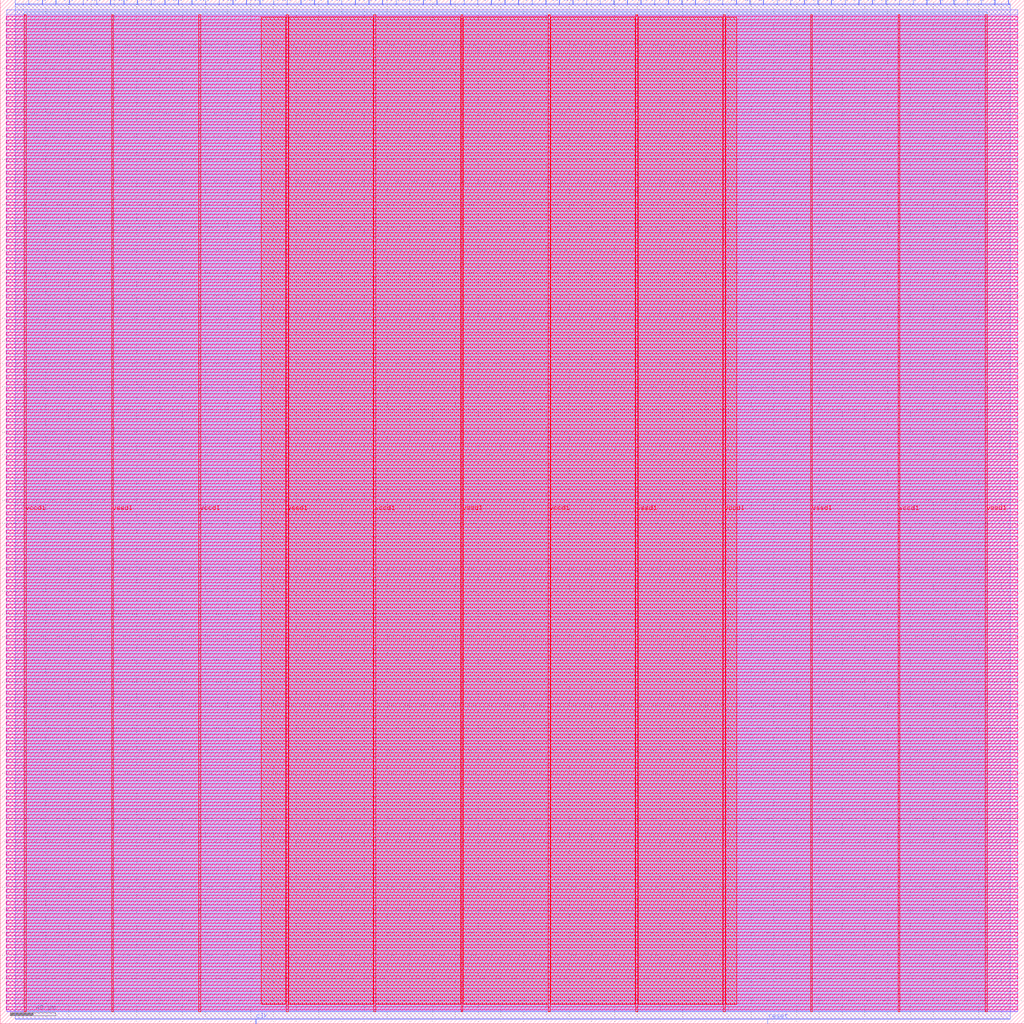
<source format=lef>
VERSION 5.7 ;
  NOWIREEXTENSIONATPIN ON ;
  DIVIDERCHAR "/" ;
  BUSBITCHARS "[]" ;
MACRO processor
  CLASS BLOCK ;
  FOREIGN processor ;
  ORIGIN 0.000 0.000 ;
  SIZE 900.000 BY 900.000 ;
  PIN Dataw_en
    DIRECTION OUTPUT TRISTATE ;
    USE SIGNAL ;
    PORT
      LAYER met2 ;
        RECT 838.210 896.000 838.490 900.000 ;
    END
  END Dataw_en
  PIN Serial_input
    DIRECTION INPUT ;
    USE SIGNAL ;
    PORT
      LAYER met2 ;
        RECT 874.090 896.000 874.370 900.000 ;
    END
  END Serial_input
  PIN Serial_output
    DIRECTION OUTPUT TRISTATE ;
    USE SIGNAL ;
    PORT
      LAYER met2 ;
        RECT 886.050 896.000 886.330 900.000 ;
    END
  END Serial_output
  PIN clk
    DIRECTION INPUT ;
    USE SIGNAL ;
    PORT
      LAYER met2 ;
        RECT 224.570 0.000 224.850 4.000 ;
    END
  END clk
  PIN data_mem_addr[0]
    DIRECTION OUTPUT TRISTATE ;
    USE SIGNAL ;
    PORT
      LAYER met2 ;
        RECT 359.810 896.000 360.090 900.000 ;
    END
  END data_mem_addr[0]
  PIN data_mem_addr[1]
    DIRECTION OUTPUT TRISTATE ;
    USE SIGNAL ;
    PORT
      LAYER met2 ;
        RECT 371.770 896.000 372.050 900.000 ;
    END
  END data_mem_addr[1]
  PIN data_mem_addr[2]
    DIRECTION OUTPUT TRISTATE ;
    USE SIGNAL ;
    PORT
      LAYER met2 ;
        RECT 383.730 896.000 384.010 900.000 ;
    END
  END data_mem_addr[2]
  PIN data_mem_addr[3]
    DIRECTION OUTPUT TRISTATE ;
    USE SIGNAL ;
    PORT
      LAYER met2 ;
        RECT 395.690 896.000 395.970 900.000 ;
    END
  END data_mem_addr[3]
  PIN data_mem_addr[4]
    DIRECTION OUTPUT TRISTATE ;
    USE SIGNAL ;
    PORT
      LAYER met2 ;
        RECT 407.650 896.000 407.930 900.000 ;
    END
  END data_mem_addr[4]
  PIN data_mem_addr[5]
    DIRECTION OUTPUT TRISTATE ;
    USE SIGNAL ;
    PORT
      LAYER met2 ;
        RECT 419.610 896.000 419.890 900.000 ;
    END
  END data_mem_addr[5]
  PIN data_mem_addr[6]
    DIRECTION OUTPUT TRISTATE ;
    USE SIGNAL ;
    PORT
      LAYER met2 ;
        RECT 431.570 896.000 431.850 900.000 ;
    END
  END data_mem_addr[6]
  PIN data_mem_addr[7]
    DIRECTION OUTPUT TRISTATE ;
    USE SIGNAL ;
    PORT
      LAYER met2 ;
        RECT 443.530 896.000 443.810 900.000 ;
    END
  END data_mem_addr[7]
  PIN hlt
    DIRECTION OUTPUT TRISTATE ;
    USE SIGNAL ;
    PORT
      LAYER met2 ;
        RECT 862.130 896.000 862.410 900.000 ;
    END
  END hlt
  PIN instr[0]
    DIRECTION INPUT ;
    USE SIGNAL ;
    PORT
      LAYER met2 ;
        RECT 12.970 896.000 13.250 900.000 ;
    END
  END instr[0]
  PIN instr[10]
    DIRECTION INPUT ;
    USE SIGNAL ;
    PORT
      LAYER met2 ;
        RECT 252.170 896.000 252.450 900.000 ;
    END
  END instr[10]
  PIN instr[11]
    DIRECTION INPUT ;
    USE SIGNAL ;
    PORT
      LAYER met2 ;
        RECT 276.090 896.000 276.370 900.000 ;
    END
  END instr[11]
  PIN instr[12]
    DIRECTION INPUT ;
    USE SIGNAL ;
    PORT
      LAYER met2 ;
        RECT 300.010 896.000 300.290 900.000 ;
    END
  END instr[12]
  PIN instr[13]
    DIRECTION INPUT ;
    USE SIGNAL ;
    PORT
      LAYER met2 ;
        RECT 323.930 896.000 324.210 900.000 ;
    END
  END instr[13]
  PIN instr[14]
    DIRECTION INPUT ;
    USE SIGNAL ;
    PORT
      LAYER met2 ;
        RECT 335.890 896.000 336.170 900.000 ;
    END
  END instr[14]
  PIN instr[15]
    DIRECTION INPUT ;
    USE SIGNAL ;
    PORT
      LAYER met2 ;
        RECT 347.850 896.000 348.130 900.000 ;
    END
  END instr[15]
  PIN instr[1]
    DIRECTION INPUT ;
    USE SIGNAL ;
    PORT
      LAYER met2 ;
        RECT 36.890 896.000 37.170 900.000 ;
    END
  END instr[1]
  PIN instr[2]
    DIRECTION INPUT ;
    USE SIGNAL ;
    PORT
      LAYER met2 ;
        RECT 60.810 896.000 61.090 900.000 ;
    END
  END instr[2]
  PIN instr[3]
    DIRECTION INPUT ;
    USE SIGNAL ;
    PORT
      LAYER met2 ;
        RECT 84.730 896.000 85.010 900.000 ;
    END
  END instr[3]
  PIN instr[4]
    DIRECTION INPUT ;
    USE SIGNAL ;
    PORT
      LAYER met2 ;
        RECT 108.650 896.000 108.930 900.000 ;
    END
  END instr[4]
  PIN instr[5]
    DIRECTION INPUT ;
    USE SIGNAL ;
    PORT
      LAYER met2 ;
        RECT 132.570 896.000 132.850 900.000 ;
    END
  END instr[5]
  PIN instr[6]
    DIRECTION INPUT ;
    USE SIGNAL ;
    PORT
      LAYER met2 ;
        RECT 156.490 896.000 156.770 900.000 ;
    END
  END instr[6]
  PIN instr[7]
    DIRECTION INPUT ;
    USE SIGNAL ;
    PORT
      LAYER met2 ;
        RECT 180.410 896.000 180.690 900.000 ;
    END
  END instr[7]
  PIN instr[8]
    DIRECTION INPUT ;
    USE SIGNAL ;
    PORT
      LAYER met2 ;
        RECT 204.330 896.000 204.610 900.000 ;
    END
  END instr[8]
  PIN instr[9]
    DIRECTION INPUT ;
    USE SIGNAL ;
    PORT
      LAYER met2 ;
        RECT 228.250 896.000 228.530 900.000 ;
    END
  END instr[9]
  PIN instr_mem_addr[0]
    DIRECTION OUTPUT TRISTATE ;
    USE SIGNAL ;
    PORT
      LAYER met2 ;
        RECT 24.930 896.000 25.210 900.000 ;
    END
  END instr_mem_addr[0]
  PIN instr_mem_addr[10]
    DIRECTION OUTPUT TRISTATE ;
    USE SIGNAL ;
    PORT
      LAYER met2 ;
        RECT 264.130 896.000 264.410 900.000 ;
    END
  END instr_mem_addr[10]
  PIN instr_mem_addr[11]
    DIRECTION OUTPUT TRISTATE ;
    USE SIGNAL ;
    PORT
      LAYER met2 ;
        RECT 288.050 896.000 288.330 900.000 ;
    END
  END instr_mem_addr[11]
  PIN instr_mem_addr[12]
    DIRECTION OUTPUT TRISTATE ;
    USE SIGNAL ;
    PORT
      LAYER met2 ;
        RECT 311.970 896.000 312.250 900.000 ;
    END
  END instr_mem_addr[12]
  PIN instr_mem_addr[1]
    DIRECTION OUTPUT TRISTATE ;
    USE SIGNAL ;
    PORT
      LAYER met2 ;
        RECT 48.850 896.000 49.130 900.000 ;
    END
  END instr_mem_addr[1]
  PIN instr_mem_addr[2]
    DIRECTION OUTPUT TRISTATE ;
    USE SIGNAL ;
    PORT
      LAYER met2 ;
        RECT 72.770 896.000 73.050 900.000 ;
    END
  END instr_mem_addr[2]
  PIN instr_mem_addr[3]
    DIRECTION OUTPUT TRISTATE ;
    USE SIGNAL ;
    PORT
      LAYER met2 ;
        RECT 96.690 896.000 96.970 900.000 ;
    END
  END instr_mem_addr[3]
  PIN instr_mem_addr[4]
    DIRECTION OUTPUT TRISTATE ;
    USE SIGNAL ;
    PORT
      LAYER met2 ;
        RECT 120.610 896.000 120.890 900.000 ;
    END
  END instr_mem_addr[4]
  PIN instr_mem_addr[5]
    DIRECTION OUTPUT TRISTATE ;
    USE SIGNAL ;
    PORT
      LAYER met2 ;
        RECT 144.530 896.000 144.810 900.000 ;
    END
  END instr_mem_addr[5]
  PIN instr_mem_addr[6]
    DIRECTION OUTPUT TRISTATE ;
    USE SIGNAL ;
    PORT
      LAYER met2 ;
        RECT 168.450 896.000 168.730 900.000 ;
    END
  END instr_mem_addr[6]
  PIN instr_mem_addr[7]
    DIRECTION OUTPUT TRISTATE ;
    USE SIGNAL ;
    PORT
      LAYER met2 ;
        RECT 192.370 896.000 192.650 900.000 ;
    END
  END instr_mem_addr[7]
  PIN instr_mem_addr[8]
    DIRECTION OUTPUT TRISTATE ;
    USE SIGNAL ;
    PORT
      LAYER met2 ;
        RECT 216.290 896.000 216.570 900.000 ;
    END
  END instr_mem_addr[8]
  PIN instr_mem_addr[9]
    DIRECTION OUTPUT TRISTATE ;
    USE SIGNAL ;
    PORT
      LAYER met2 ;
        RECT 240.210 896.000 240.490 900.000 ;
    END
  END instr_mem_addr[9]
  PIN read_data[0]
    DIRECTION INPUT ;
    USE SIGNAL ;
    PORT
      LAYER met2 ;
        RECT 455.490 896.000 455.770 900.000 ;
    END
  END read_data[0]
  PIN read_data[10]
    DIRECTION INPUT ;
    USE SIGNAL ;
    PORT
      LAYER met2 ;
        RECT 575.090 896.000 575.370 900.000 ;
    END
  END read_data[10]
  PIN read_data[11]
    DIRECTION INPUT ;
    USE SIGNAL ;
    PORT
      LAYER met2 ;
        RECT 587.050 896.000 587.330 900.000 ;
    END
  END read_data[11]
  PIN read_data[12]
    DIRECTION INPUT ;
    USE SIGNAL ;
    PORT
      LAYER met2 ;
        RECT 599.010 896.000 599.290 900.000 ;
    END
  END read_data[12]
  PIN read_data[13]
    DIRECTION INPUT ;
    USE SIGNAL ;
    PORT
      LAYER met2 ;
        RECT 610.970 896.000 611.250 900.000 ;
    END
  END read_data[13]
  PIN read_data[14]
    DIRECTION INPUT ;
    USE SIGNAL ;
    PORT
      LAYER met2 ;
        RECT 622.930 896.000 623.210 900.000 ;
    END
  END read_data[14]
  PIN read_data[15]
    DIRECTION INPUT ;
    USE SIGNAL ;
    PORT
      LAYER met2 ;
        RECT 634.890 896.000 635.170 900.000 ;
    END
  END read_data[15]
  PIN read_data[1]
    DIRECTION INPUT ;
    USE SIGNAL ;
    PORT
      LAYER met2 ;
        RECT 467.450 896.000 467.730 900.000 ;
    END
  END read_data[1]
  PIN read_data[2]
    DIRECTION INPUT ;
    USE SIGNAL ;
    PORT
      LAYER met2 ;
        RECT 479.410 896.000 479.690 900.000 ;
    END
  END read_data[2]
  PIN read_data[3]
    DIRECTION INPUT ;
    USE SIGNAL ;
    PORT
      LAYER met2 ;
        RECT 491.370 896.000 491.650 900.000 ;
    END
  END read_data[3]
  PIN read_data[4]
    DIRECTION INPUT ;
    USE SIGNAL ;
    PORT
      LAYER met2 ;
        RECT 503.330 896.000 503.610 900.000 ;
    END
  END read_data[4]
  PIN read_data[5]
    DIRECTION INPUT ;
    USE SIGNAL ;
    PORT
      LAYER met2 ;
        RECT 515.290 896.000 515.570 900.000 ;
    END
  END read_data[5]
  PIN read_data[6]
    DIRECTION INPUT ;
    USE SIGNAL ;
    PORT
      LAYER met2 ;
        RECT 527.250 896.000 527.530 900.000 ;
    END
  END read_data[6]
  PIN read_data[7]
    DIRECTION INPUT ;
    USE SIGNAL ;
    PORT
      LAYER met2 ;
        RECT 539.210 896.000 539.490 900.000 ;
    END
  END read_data[7]
  PIN read_data[8]
    DIRECTION INPUT ;
    USE SIGNAL ;
    PORT
      LAYER met2 ;
        RECT 551.170 896.000 551.450 900.000 ;
    END
  END read_data[8]
  PIN read_data[9]
    DIRECTION INPUT ;
    USE SIGNAL ;
    PORT
      LAYER met2 ;
        RECT 563.130 896.000 563.410 900.000 ;
    END
  END read_data[9]
  PIN reset
    DIRECTION INPUT ;
    USE SIGNAL ;
    PORT
      LAYER met2 ;
        RECT 674.450 0.000 674.730 4.000 ;
    END
  END reset
  PIN start
    DIRECTION INPUT ;
    USE SIGNAL ;
    PORT
      LAYER met2 ;
        RECT 850.170 896.000 850.450 900.000 ;
    END
  END start
  PIN vccd1
    DIRECTION INOUT ;
    USE POWER ;
    PORT
      LAYER met4 ;
        RECT 21.040 10.640 22.640 886.960 ;
    END
    PORT
      LAYER met4 ;
        RECT 174.640 10.640 176.240 886.960 ;
    END
    PORT
      LAYER met4 ;
        RECT 328.240 10.640 329.840 886.960 ;
    END
    PORT
      LAYER met4 ;
        RECT 481.840 10.640 483.440 886.960 ;
    END
    PORT
      LAYER met4 ;
        RECT 635.440 10.640 637.040 886.960 ;
    END
    PORT
      LAYER met4 ;
        RECT 789.040 10.640 790.640 886.960 ;
    END
  END vccd1
  PIN vssd1
    DIRECTION INOUT ;
    USE GROUND ;
    PORT
      LAYER met4 ;
        RECT 97.840 10.640 99.440 886.960 ;
    END
    PORT
      LAYER met4 ;
        RECT 251.440 10.640 253.040 886.960 ;
    END
    PORT
      LAYER met4 ;
        RECT 405.040 10.640 406.640 886.960 ;
    END
    PORT
      LAYER met4 ;
        RECT 558.640 10.640 560.240 886.960 ;
    END
    PORT
      LAYER met4 ;
        RECT 712.240 10.640 713.840 886.960 ;
    END
    PORT
      LAYER met4 ;
        RECT 865.840 10.640 867.440 886.960 ;
    END
  END vssd1
  PIN write_data[0]
    DIRECTION OUTPUT TRISTATE ;
    USE SIGNAL ;
    PORT
      LAYER met2 ;
        RECT 646.850 896.000 647.130 900.000 ;
    END
  END write_data[0]
  PIN write_data[10]
    DIRECTION OUTPUT TRISTATE ;
    USE SIGNAL ;
    PORT
      LAYER met2 ;
        RECT 766.450 896.000 766.730 900.000 ;
    END
  END write_data[10]
  PIN write_data[11]
    DIRECTION OUTPUT TRISTATE ;
    USE SIGNAL ;
    PORT
      LAYER met2 ;
        RECT 778.410 896.000 778.690 900.000 ;
    END
  END write_data[11]
  PIN write_data[12]
    DIRECTION OUTPUT TRISTATE ;
    USE SIGNAL ;
    PORT
      LAYER met2 ;
        RECT 790.370 896.000 790.650 900.000 ;
    END
  END write_data[12]
  PIN write_data[13]
    DIRECTION OUTPUT TRISTATE ;
    USE SIGNAL ;
    PORT
      LAYER met2 ;
        RECT 802.330 896.000 802.610 900.000 ;
    END
  END write_data[13]
  PIN write_data[14]
    DIRECTION OUTPUT TRISTATE ;
    USE SIGNAL ;
    PORT
      LAYER met2 ;
        RECT 814.290 896.000 814.570 900.000 ;
    END
  END write_data[14]
  PIN write_data[15]
    DIRECTION OUTPUT TRISTATE ;
    USE SIGNAL ;
    PORT
      LAYER met2 ;
        RECT 826.250 896.000 826.530 900.000 ;
    END
  END write_data[15]
  PIN write_data[1]
    DIRECTION OUTPUT TRISTATE ;
    USE SIGNAL ;
    PORT
      LAYER met2 ;
        RECT 658.810 896.000 659.090 900.000 ;
    END
  END write_data[1]
  PIN write_data[2]
    DIRECTION OUTPUT TRISTATE ;
    USE SIGNAL ;
    PORT
      LAYER met2 ;
        RECT 670.770 896.000 671.050 900.000 ;
    END
  END write_data[2]
  PIN write_data[3]
    DIRECTION OUTPUT TRISTATE ;
    USE SIGNAL ;
    PORT
      LAYER met2 ;
        RECT 682.730 896.000 683.010 900.000 ;
    END
  END write_data[3]
  PIN write_data[4]
    DIRECTION OUTPUT TRISTATE ;
    USE SIGNAL ;
    PORT
      LAYER met2 ;
        RECT 694.690 896.000 694.970 900.000 ;
    END
  END write_data[4]
  PIN write_data[5]
    DIRECTION OUTPUT TRISTATE ;
    USE SIGNAL ;
    PORT
      LAYER met2 ;
        RECT 706.650 896.000 706.930 900.000 ;
    END
  END write_data[5]
  PIN write_data[6]
    DIRECTION OUTPUT TRISTATE ;
    USE SIGNAL ;
    PORT
      LAYER met2 ;
        RECT 718.610 896.000 718.890 900.000 ;
    END
  END write_data[6]
  PIN write_data[7]
    DIRECTION OUTPUT TRISTATE ;
    USE SIGNAL ;
    PORT
      LAYER met2 ;
        RECT 730.570 896.000 730.850 900.000 ;
    END
  END write_data[7]
  PIN write_data[8]
    DIRECTION OUTPUT TRISTATE ;
    USE SIGNAL ;
    PORT
      LAYER met2 ;
        RECT 742.530 896.000 742.810 900.000 ;
    END
  END write_data[8]
  PIN write_data[9]
    DIRECTION OUTPUT TRISTATE ;
    USE SIGNAL ;
    PORT
      LAYER met2 ;
        RECT 754.490 896.000 754.770 900.000 ;
    END
  END write_data[9]
  OBS
      LAYER nwell ;
        RECT 5.330 882.585 894.430 885.415 ;
        RECT 5.330 877.145 894.430 879.975 ;
        RECT 5.330 871.705 894.430 874.535 ;
        RECT 5.330 866.265 894.430 869.095 ;
        RECT 5.330 860.825 894.430 863.655 ;
        RECT 5.330 855.385 894.430 858.215 ;
        RECT 5.330 849.945 894.430 852.775 ;
        RECT 5.330 844.505 894.430 847.335 ;
        RECT 5.330 839.065 894.430 841.895 ;
        RECT 5.330 833.625 894.430 836.455 ;
        RECT 5.330 828.185 894.430 831.015 ;
        RECT 5.330 822.745 894.430 825.575 ;
        RECT 5.330 817.305 894.430 820.135 ;
        RECT 5.330 811.865 894.430 814.695 ;
        RECT 5.330 806.425 894.430 809.255 ;
        RECT 5.330 800.985 894.430 803.815 ;
        RECT 5.330 795.545 894.430 798.375 ;
        RECT 5.330 790.105 894.430 792.935 ;
        RECT 5.330 784.665 894.430 787.495 ;
        RECT 5.330 779.225 894.430 782.055 ;
        RECT 5.330 773.785 894.430 776.615 ;
        RECT 5.330 768.345 894.430 771.175 ;
        RECT 5.330 762.905 894.430 765.735 ;
        RECT 5.330 757.465 894.430 760.295 ;
        RECT 5.330 752.025 894.430 754.855 ;
        RECT 5.330 746.585 894.430 749.415 ;
        RECT 5.330 741.145 894.430 743.975 ;
        RECT 5.330 735.705 894.430 738.535 ;
        RECT 5.330 730.265 894.430 733.095 ;
        RECT 5.330 724.825 894.430 727.655 ;
        RECT 5.330 719.385 894.430 722.215 ;
        RECT 5.330 713.945 894.430 716.775 ;
        RECT 5.330 708.505 894.430 711.335 ;
        RECT 5.330 703.065 894.430 705.895 ;
        RECT 5.330 697.625 894.430 700.455 ;
        RECT 5.330 692.185 894.430 695.015 ;
        RECT 5.330 686.745 894.430 689.575 ;
        RECT 5.330 681.305 894.430 684.135 ;
        RECT 5.330 675.865 894.430 678.695 ;
        RECT 5.330 670.425 894.430 673.255 ;
        RECT 5.330 664.985 894.430 667.815 ;
        RECT 5.330 659.545 894.430 662.375 ;
        RECT 5.330 654.105 894.430 656.935 ;
        RECT 5.330 648.665 894.430 651.495 ;
        RECT 5.330 643.225 894.430 646.055 ;
        RECT 5.330 637.785 894.430 640.615 ;
        RECT 5.330 632.345 894.430 635.175 ;
        RECT 5.330 626.905 894.430 629.735 ;
        RECT 5.330 621.465 894.430 624.295 ;
        RECT 5.330 616.025 894.430 618.855 ;
        RECT 5.330 610.585 894.430 613.415 ;
        RECT 5.330 605.145 894.430 607.975 ;
        RECT 5.330 599.705 894.430 602.535 ;
        RECT 5.330 594.265 894.430 597.095 ;
        RECT 5.330 588.825 894.430 591.655 ;
        RECT 5.330 583.385 894.430 586.215 ;
        RECT 5.330 577.945 894.430 580.775 ;
        RECT 5.330 572.505 894.430 575.335 ;
        RECT 5.330 567.065 894.430 569.895 ;
        RECT 5.330 561.625 894.430 564.455 ;
        RECT 5.330 556.185 894.430 559.015 ;
        RECT 5.330 550.745 894.430 553.575 ;
        RECT 5.330 545.305 894.430 548.135 ;
        RECT 5.330 539.865 894.430 542.695 ;
        RECT 5.330 534.425 894.430 537.255 ;
        RECT 5.330 528.985 894.430 531.815 ;
        RECT 5.330 523.545 894.430 526.375 ;
        RECT 5.330 518.105 894.430 520.935 ;
        RECT 5.330 512.665 894.430 515.495 ;
        RECT 5.330 507.225 894.430 510.055 ;
        RECT 5.330 501.785 894.430 504.615 ;
        RECT 5.330 496.345 894.430 499.175 ;
        RECT 5.330 490.905 894.430 493.735 ;
        RECT 5.330 485.465 894.430 488.295 ;
        RECT 5.330 480.025 894.430 482.855 ;
        RECT 5.330 474.585 894.430 477.415 ;
        RECT 5.330 469.145 894.430 471.975 ;
        RECT 5.330 463.705 894.430 466.535 ;
        RECT 5.330 458.265 894.430 461.095 ;
        RECT 5.330 452.825 894.430 455.655 ;
        RECT 5.330 447.385 894.430 450.215 ;
        RECT 5.330 441.945 894.430 444.775 ;
        RECT 5.330 436.505 894.430 439.335 ;
        RECT 5.330 431.065 894.430 433.895 ;
        RECT 5.330 425.625 894.430 428.455 ;
        RECT 5.330 420.185 894.430 423.015 ;
        RECT 5.330 414.745 894.430 417.575 ;
        RECT 5.330 409.305 894.430 412.135 ;
        RECT 5.330 403.865 894.430 406.695 ;
        RECT 5.330 398.425 894.430 401.255 ;
        RECT 5.330 392.985 894.430 395.815 ;
        RECT 5.330 387.545 894.430 390.375 ;
        RECT 5.330 382.105 894.430 384.935 ;
        RECT 5.330 376.665 894.430 379.495 ;
        RECT 5.330 371.225 894.430 374.055 ;
        RECT 5.330 365.785 894.430 368.615 ;
        RECT 5.330 360.345 894.430 363.175 ;
        RECT 5.330 354.905 894.430 357.735 ;
        RECT 5.330 349.465 894.430 352.295 ;
        RECT 5.330 344.025 894.430 346.855 ;
        RECT 5.330 338.585 894.430 341.415 ;
        RECT 5.330 333.145 894.430 335.975 ;
        RECT 5.330 327.705 894.430 330.535 ;
        RECT 5.330 322.265 894.430 325.095 ;
        RECT 5.330 316.825 894.430 319.655 ;
        RECT 5.330 311.385 894.430 314.215 ;
        RECT 5.330 305.945 894.430 308.775 ;
        RECT 5.330 300.505 894.430 303.335 ;
        RECT 5.330 295.065 894.430 297.895 ;
        RECT 5.330 289.625 894.430 292.455 ;
        RECT 5.330 284.185 894.430 287.015 ;
        RECT 5.330 278.745 894.430 281.575 ;
        RECT 5.330 273.305 894.430 276.135 ;
        RECT 5.330 267.865 894.430 270.695 ;
        RECT 5.330 262.425 894.430 265.255 ;
        RECT 5.330 256.985 894.430 259.815 ;
        RECT 5.330 251.545 894.430 254.375 ;
        RECT 5.330 246.105 894.430 248.935 ;
        RECT 5.330 240.665 894.430 243.495 ;
        RECT 5.330 235.225 894.430 238.055 ;
        RECT 5.330 229.785 894.430 232.615 ;
        RECT 5.330 224.345 894.430 227.175 ;
        RECT 5.330 218.905 894.430 221.735 ;
        RECT 5.330 213.465 894.430 216.295 ;
        RECT 5.330 208.025 894.430 210.855 ;
        RECT 5.330 202.585 894.430 205.415 ;
        RECT 5.330 197.145 894.430 199.975 ;
        RECT 5.330 191.705 894.430 194.535 ;
        RECT 5.330 186.265 894.430 189.095 ;
        RECT 5.330 180.825 894.430 183.655 ;
        RECT 5.330 175.385 894.430 178.215 ;
        RECT 5.330 169.945 894.430 172.775 ;
        RECT 5.330 164.505 894.430 167.335 ;
        RECT 5.330 159.065 894.430 161.895 ;
        RECT 5.330 153.625 894.430 156.455 ;
        RECT 5.330 148.185 894.430 151.015 ;
        RECT 5.330 142.745 894.430 145.575 ;
        RECT 5.330 137.305 894.430 140.135 ;
        RECT 5.330 131.865 894.430 134.695 ;
        RECT 5.330 126.425 894.430 129.255 ;
        RECT 5.330 120.985 894.430 123.815 ;
        RECT 5.330 115.545 894.430 118.375 ;
        RECT 5.330 110.105 894.430 112.935 ;
        RECT 5.330 104.665 894.430 107.495 ;
        RECT 5.330 99.225 894.430 102.055 ;
        RECT 5.330 93.785 894.430 96.615 ;
        RECT 5.330 88.345 894.430 91.175 ;
        RECT 5.330 82.905 894.430 85.735 ;
        RECT 5.330 77.465 894.430 80.295 ;
        RECT 5.330 72.025 894.430 74.855 ;
        RECT 5.330 66.585 894.430 69.415 ;
        RECT 5.330 61.145 894.430 63.975 ;
        RECT 5.330 55.705 894.430 58.535 ;
        RECT 5.330 50.265 894.430 53.095 ;
        RECT 5.330 44.825 894.430 47.655 ;
        RECT 5.330 39.385 894.430 42.215 ;
        RECT 5.330 33.945 894.430 36.775 ;
        RECT 5.330 28.505 894.430 31.335 ;
        RECT 5.330 23.065 894.430 25.895 ;
        RECT 5.330 17.625 894.430 20.455 ;
        RECT 5.330 12.185 894.430 15.015 ;
      LAYER li1 ;
        RECT 5.520 10.795 894.240 886.805 ;
      LAYER met1 ;
        RECT 5.520 10.640 894.240 891.100 ;
      LAYER met2 ;
        RECT 13.530 895.720 24.650 896.650 ;
        RECT 25.490 895.720 36.610 896.650 ;
        RECT 37.450 895.720 48.570 896.650 ;
        RECT 49.410 895.720 60.530 896.650 ;
        RECT 61.370 895.720 72.490 896.650 ;
        RECT 73.330 895.720 84.450 896.650 ;
        RECT 85.290 895.720 96.410 896.650 ;
        RECT 97.250 895.720 108.370 896.650 ;
        RECT 109.210 895.720 120.330 896.650 ;
        RECT 121.170 895.720 132.290 896.650 ;
        RECT 133.130 895.720 144.250 896.650 ;
        RECT 145.090 895.720 156.210 896.650 ;
        RECT 157.050 895.720 168.170 896.650 ;
        RECT 169.010 895.720 180.130 896.650 ;
        RECT 180.970 895.720 192.090 896.650 ;
        RECT 192.930 895.720 204.050 896.650 ;
        RECT 204.890 895.720 216.010 896.650 ;
        RECT 216.850 895.720 227.970 896.650 ;
        RECT 228.810 895.720 239.930 896.650 ;
        RECT 240.770 895.720 251.890 896.650 ;
        RECT 252.730 895.720 263.850 896.650 ;
        RECT 264.690 895.720 275.810 896.650 ;
        RECT 276.650 895.720 287.770 896.650 ;
        RECT 288.610 895.720 299.730 896.650 ;
        RECT 300.570 895.720 311.690 896.650 ;
        RECT 312.530 895.720 323.650 896.650 ;
        RECT 324.490 895.720 335.610 896.650 ;
        RECT 336.450 895.720 347.570 896.650 ;
        RECT 348.410 895.720 359.530 896.650 ;
        RECT 360.370 895.720 371.490 896.650 ;
        RECT 372.330 895.720 383.450 896.650 ;
        RECT 384.290 895.720 395.410 896.650 ;
        RECT 396.250 895.720 407.370 896.650 ;
        RECT 408.210 895.720 419.330 896.650 ;
        RECT 420.170 895.720 431.290 896.650 ;
        RECT 432.130 895.720 443.250 896.650 ;
        RECT 444.090 895.720 455.210 896.650 ;
        RECT 456.050 895.720 467.170 896.650 ;
        RECT 468.010 895.720 479.130 896.650 ;
        RECT 479.970 895.720 491.090 896.650 ;
        RECT 491.930 895.720 503.050 896.650 ;
        RECT 503.890 895.720 515.010 896.650 ;
        RECT 515.850 895.720 526.970 896.650 ;
        RECT 527.810 895.720 538.930 896.650 ;
        RECT 539.770 895.720 550.890 896.650 ;
        RECT 551.730 895.720 562.850 896.650 ;
        RECT 563.690 895.720 574.810 896.650 ;
        RECT 575.650 895.720 586.770 896.650 ;
        RECT 587.610 895.720 598.730 896.650 ;
        RECT 599.570 895.720 610.690 896.650 ;
        RECT 611.530 895.720 622.650 896.650 ;
        RECT 623.490 895.720 634.610 896.650 ;
        RECT 635.450 895.720 646.570 896.650 ;
        RECT 647.410 895.720 658.530 896.650 ;
        RECT 659.370 895.720 670.490 896.650 ;
        RECT 671.330 895.720 682.450 896.650 ;
        RECT 683.290 895.720 694.410 896.650 ;
        RECT 695.250 895.720 706.370 896.650 ;
        RECT 707.210 895.720 718.330 896.650 ;
        RECT 719.170 895.720 730.290 896.650 ;
        RECT 731.130 895.720 742.250 896.650 ;
        RECT 743.090 895.720 754.210 896.650 ;
        RECT 755.050 895.720 766.170 896.650 ;
        RECT 767.010 895.720 778.130 896.650 ;
        RECT 778.970 895.720 790.090 896.650 ;
        RECT 790.930 895.720 802.050 896.650 ;
        RECT 802.890 895.720 814.010 896.650 ;
        RECT 814.850 895.720 825.970 896.650 ;
        RECT 826.810 895.720 837.930 896.650 ;
        RECT 838.770 895.720 849.890 896.650 ;
        RECT 850.730 895.720 861.850 896.650 ;
        RECT 862.690 895.720 873.810 896.650 ;
        RECT 874.650 895.720 885.770 896.650 ;
        RECT 886.610 895.720 887.700 896.650 ;
        RECT 12.980 4.280 887.700 895.720 ;
        RECT 12.980 4.000 224.290 4.280 ;
        RECT 225.130 4.000 674.170 4.280 ;
        RECT 675.010 4.000 887.700 4.280 ;
      LAYER met3 ;
        RECT 21.050 10.715 867.430 889.265 ;
      LAYER met4 ;
        RECT 229.375 17.175 251.040 884.505 ;
        RECT 253.440 17.175 327.840 884.505 ;
        RECT 330.240 17.175 404.640 884.505 ;
        RECT 407.040 17.175 481.440 884.505 ;
        RECT 483.840 17.175 558.240 884.505 ;
        RECT 560.640 17.175 635.040 884.505 ;
        RECT 637.440 17.175 647.385 884.505 ;
  END
END processor
END LIBRARY


</source>
